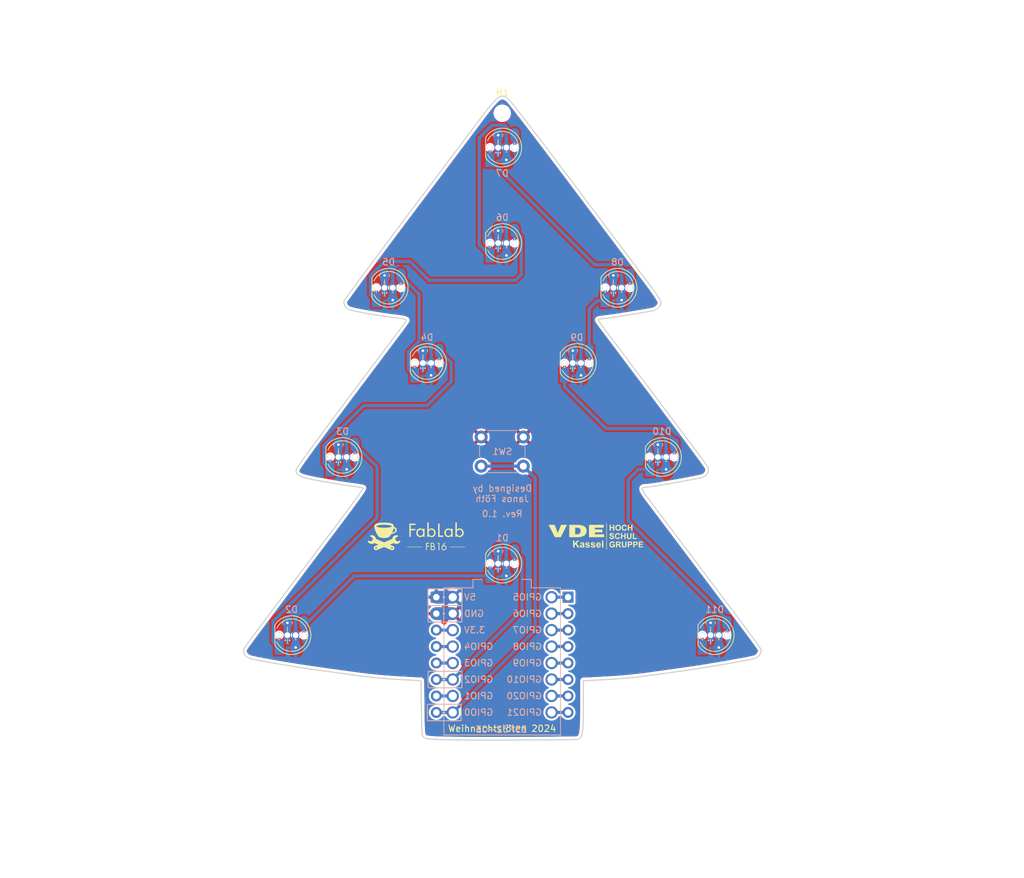
<source format=kicad_pcb>
(kicad_pcb (version 20240108) (generator "pcbnew") (generator_version "8.0")
  (layers (0 "F.Cu" signal) (31 "B.Cu" signal) (34 "B.Paste" user) (35 "F.Paste" user) (36 "B.SilkS" user "B.Silkscreen") (37 "F.SilkS" user "F.Silkscreen") (38 "B.Mask" user) (39 "F.Mask" user) (44 "Edge.Cuts" user))
  (net 0 "")
  (net 1 "GND")
  (net 2 "Net-(D1-DO)")
  (net 3 "Net-(D2-DO)")
  (net 4 "Net-(D3-DO)")
  (net 5 "Net-(D4-DO)")
  (net 6 "Net-(D5-DO)")
  (net 7 "Net-(D6-DO)")
  (net 8 "Net-(D7-DO)")
  (net 9 "Net-(D8-DO)")
  (net 10 "Net-(D10-DI)")
  (net 11 "GPIO1")
  (net 12 "GPIO0")
  (net 13 "5V")
  (net 14 "Net-(D10-DO)")
  (net 15 "GPIO2")
  (net 16 "GPIO4")
  (net 17 "3.3V")
  (net 18 "GPIO3")
  (net 19 "GPIO20")
  (net 20 "GPIO6")
  (net 21 "GPIO8")
  (net 22 "GPIO5")
  (net 23 "GPIO9")
  (net 24 "GPIO21")
  (net 25 "GPIO10")
  (net 26 "GPIO7")
  (footprint "Library:LED_D5.0mm-4_RGB_easy_2" (layer "F.Cu") (at 160.1 84)
    (property "Reference" "D9" (at 1.905 -3.96 0) (layer "B.SilkS") (effects (justify mirror)))
    (property "Value" "APA-106-F5")
    (pad "1" thru_hole circle (at 0 0) (size 0.9 0.9) (drill 0.9) (layers "*.Cu" "*.Mask") (net 10 "Net-(D10-DI)") (clearance 0.15))
    (pad "1" smd roundrect (at 0 0.762) (size 0.5 1.5) (layers "B.Cu" "B.Paste") (roundrect_rratio 0.3636363636) (net 10 "Net-(D10-DI)"))
    (pad "1" smd rect (at 0 1.9) (size 1.4 2.2) (layers "B.Cu" "B.Paste" "B.Mask") (net 10 "Net-(D10-DI)"))
    (pad "2" thru_hole circle (at 1.27 -1.905) (size 0.55 0.55) (drill 0.4) (layers "*.Cu" "B.Mask") (net 1 "GND") (clearance 0.000001))
    (pad "2" smd oval (at 1.27 -1.9) (size 1.4 2.2) (layers "B.Cu" "B.Paste" "B.Mask") (net 1 "GND"))
    (pad "2" smd roundrect (at 1.27 -0.381) (size 1.1 2.2) (layers "B.Cu" "B.Paste") (roundrect_rratio 0.3636363636) (net 1 "GND") (clearance 0.15))
    (pad "2" thru_hole circle (at 1.27 0) (size 0.9 0.9) (drill 0.9) (layers "*.Cu" "*.Mask") (net 1 "GND") (clearance 0.1))
    (pad "2" smd roundrect (at 1.27 0.762) (size 0.5 1.5) (layers "B.Cu" "B.Paste") (roundrect_rratio 0.3636363636) (net 1 "GND"))
    (pad "3" smd roundrect (at 2.54 -0.762) (size 0.5 1.5) (layers "B.Cu" "B.Paste") (roundrect_rratio 0.3636363636) (net 13 "5V"))
    (pad "3" thru_hole circle (at 2.54 0) (size 0.9 0.9) (drill 0.9) (layers "*.Cu" "*.Mask") (net 13 "5V") (clearance 0.1))
    (pad "3" smd roundrect (at 2.54 0.381) (size 1.1 2.2) (layers "B.Cu" "B.Paste") (roundrect_rratio 0.3636363636) (net 13 "5V") (clearance 0.15))
    (pad "3" smd oval (at 2.54 1.9) (size 1.4 2.2) (layers "B.Cu" "B.Paste" "B.Mask") (net 13 "5V"))
    (pad "3" thru_hole circle (at 2.54 1.905) (size 0.55 0.55) (drill 0.4) (layers "*.Cu" "B.Mask") (net 13 "5V"))
    (pad "4" smd oval (at 3.81 -1.9) (size 1.4 2.2) (layers "B.Cu" "B.Paste" "B.Mask") (net 9 "Net-(D8-DO)"))
    (pad "4" smd roundrect (at 3.81 -0.762) (size 0.5 1.5) (layers "B.Cu" "B.Paste") (roundrect_rratio 0.3636363636) (net 9 "Net-(D8-DO)"))
    (pad "4" thru_hole circle (at 3.81 0) (size 0.9 0.9) (drill 0.9) (layers "*.Cu" "*.Mask") (net 9 "Net-(D8-DO)") (clearance 0.15))
  )
  (footprint "Logos:fablab_logo" (layer "F.Cu") (at 137.25 110.775061)
    (property "Reference" "G***" (hide yes))
    (property "Value" "LOGO" (hide yes))
  )
  (footprint "Library:LED_D5.0mm-4_RGB_easy_2" (layer "F.Cu") (at 148.59 114.935)
    (property "Reference" "D1" (at 1.905 -3.96 0) (layer "B.SilkS") (effects (justify mirror)))
    (property "Value" "APA-106-F5")
    (pad "1" thru_hole circle (at 0 0) (size 0.9 0.9) (drill 0.9) (layers "*.Cu" "*.Mask") (net 2 "Net-(D1-DO)") (clearance 0.15))
    (pad "1" smd roundrect (at 0 0.762) (size 0.5 1.5) (layers "B.Cu" "B.Paste") (roundrect_rratio 0.3636363636) (net 2 "Net-(D1-DO)"))
    (pad "1" smd rect (at 0 1.9) (size 1.4 2.2) (layers "B.Cu" "B.Paste" "B.Mask") (net 2 "Net-(D1-DO)"))
    (pad "2" thru_hole circle (at 1.27 -1.905) (size 0.55 0.55) (drill 0.4) (layers "*.Cu" "B.Mask") (net 1 "GND") (clearance 0.000001))
    (pad "2" smd oval (at 1.27 -1.9) (size 1.4 2.2) (layers "B.Cu" "B.Paste" "B.Mask") (net 1 "GND"))
    (pad "2" smd roundrect (at 1.27 -0.381) (size 1.1 2.2) (layers "B.Cu" "B.Paste") (roundrect_rratio 0.3636363636) (net 1 "GND") (clearance 0.15))
    (pad "2" thru_hole circle (at 1.27 0) (size 0.9 0.9) (drill 0.9) (layers "*.Cu" "*.Mask") (net 1 "GND") (clearance 0.1))
    (pad "2" smd roundrect (at 1.27 0.762) (size 0.5 1.5) (layers "B.Cu" "B.Paste") (roundrect_rratio 0.3636363636) (net 1 "GND"))
    (pad "3" smd roundrect (at 2.54 -0.762) (size 0.5 1.5) (layers "B.Cu" "B.Paste") (roundrect_rratio 0.3636363636) (net 13 "5V"))
    (pad "3" thru_hole circle (at 2.54 0) (size 0.9 0.9) (drill 0.9) (layers "*.Cu" "*.Mask") (net 13 "5V") (clearance 0.1))
    (pad "3" smd roundrect (at 2.54 0.381) (size 1.1 2.2) (layers "B.Cu" "B.Paste") (roundrect_rratio 0.3636363636) (net 13 "5V") (clearance 0.15))
    (pad "3" smd oval (at 2.54 1.9) (size 1.4 2.2) (layers "B.Cu" "B.Paste" "B.Mask") (net 13 "5V"))
    (pad "3" thru_hole circle (at 2.54 1.905) (size 0.55 0.55) (drill 0.4) (layers "*.Cu" "B.Mask") (net 13 "5V"))
    (pad "4" smd oval (at 3.81 -1.9) (size 1.4 2.2) (layers "B.Cu" "B.Paste" "B.Mask") (net 15 "GPIO2"))
    (pad "4" smd roundrect (at 3.81 -0.762) (size 0.5 1.5) (layers "B.Cu" "B.Paste") (roundrect_rratio 0.3636363636) (net 15 "GPIO2"))
    (pad "4" thru_hole circle (at 3.81 0) (size 0.9 0.9) (drill 0.9) (layers "*.Cu" "*.Mask") (net 15 "GPIO2") (clearance 0.15))
  )
  (footprint "Library:LED_D5.0mm-4_RGB_easy_2" (layer "F.Cu") (at 173.228 98.5)
    (property "Reference" "D10" (at 1.905 -3.96 0) (layer "B.SilkS") (effects (justify mirror)))
    (property "Value" "APA-106-F5")
    (pad "1" thru_hole circle (at 0 0) (size 0.9 0.9) (drill 0.9) (layers "*.Cu" "*.Mask") (net 14 "Net-(D10-DO)") (clearance 0.15))
    (pad "1" smd roundrect (at 0 0.762) (size 0.5 1.5) (layers "B.Cu" "B.Paste") (roundrect_rratio 0.3636363636) (net 14 "Net-(D10-DO)"))
    (pad "1" smd rect (at 0 1.9) (size 1.4 2.2) (layers "B.Cu" "B.Paste" "B.Mask") (net 14 "Net-(D10-DO)"))
    (pad "2" thru_hole circle (at 1.27 -1.905) (size 0.55 0.55) (drill 0.4) (layers "*.Cu" "B.Mask") (net 1 "GND") (clearance 0.000001))
    (pad "2" smd oval (at 1.27 -1.9) (size 1.4 2.2) (layers "B.Cu" "B.Paste" "B.Mask") (net 1 "GND"))
    (pad "2" smd roundrect (at 1.27 -0.381) (size 1.1 2.2) (layers "B.Cu" "B.Paste") (roundrect_rratio 0.3636363636) (net 1 "GND") (clearance 0.15))
    (pad "2" thru_hole circle (at 1.27 0) (size 0.9 0.9) (drill 0.9) (layers "*.Cu" "*.Mask") (net 1 "GND") (clearance 0.1))
    (pad "2" smd roundrect (at 1.27 0.762) (size 0.5 1.5) (layers "B.Cu" "B.Paste") (roundrect_rratio 0.3636363636) (net 1 "GND"))
    (pad "3" smd roundrect (at 2.54 -0.762) (size 0.5 1.5) (layers "B.Cu" "B.Paste") (roundrect_rratio 0.3636363636) (net 13 "5V"))
    (pad "3" thru_hole circle (at 2.54 0) (size 0.9 0.9) (drill 0.9) (layers "*.Cu" "*.Mask") (net 13 "5V") (clearance 0.1))
    (pad "3" smd roundrect (at 2.54 0.381) (size 1.1 2.2) (layers "B.Cu" "B.Paste") (roundrect_rratio 0.3636363636) (net 13 "5V") (clearance 0.15))
    (pad "3" smd oval (at 2.54 1.9) (size 1.4 2.2) (layers "B.Cu" "B.Paste" "B.Mask") (net 13 "5V"))
    (pad "3" thru_hole circle (at 2.54 1.905) (size 0.55 0.55) (drill 0.4) (layers "*.Cu" "B.Mask") (net 13 "5V"))
    (pad "4" smd oval (at 3.81 -1.9) (size 1.4 2.2) (layers "B.Cu" "B.Paste" "B.Mask") (net 10 "Net-(D10-DI)"))
    (pad "4" smd roundrect (at 3.81 -0.762) (size 0.5 1.5) (layers "B.Cu" "B.Paste") (roundrect_rratio 0.3636363636) (net 10 "Net-(D10-DI)"))
    (pad "4" thru_hole circle (at 3.81 0) (size 0.9 0.9) (drill 0.9) (layers "*.Cu" "*.Mask") (net 10 "Net-(D10-DI)") (clearance 0.15))
  )
  (footprint "Library:LED_D5.0mm-4_RGB_easy_2" (layer "F.Cu") (at 136.98 84)
    (property "Reference" "D4" (at 1.905 -3.96 0) (layer "B.SilkS") (effects (justify mirror)))
    (property "Value" "APA-106-F5")
    (pad "1" thru_hole circle (at 0 0) (size 0.9 0.9) (drill 0.9) (layers "*.Cu" "*.Mask") (net 5 "Net-(D4-DO)") (clearance 0.15))
    (pad "1" smd roundrect (at 0 0.762) (size 0.5 1.5) (layers "B.Cu" "B.Paste") (roundrect_rratio 0.3636363636) (net 5 "Net-(D4-DO)"))
    (pad "1" smd rect (at 0 1.9) (size 1.4 2.2) (layers "B.Cu" "B.Paste" "B.Mask") (net 5 "Net-(D4-DO)"))
    (pad "2" thru_hole circle (at 1.27 -1.905) (size 0.55 0.55) (drill 0.4) (layers "*.Cu" "B.Mask") (net 1 "GND") (clearance 0.000001))
    (pad "2" smd oval (at 1.27 -1.9) (size 1.4 2.2) (layers "B.Cu" "B.Paste" "B.Mask") (net 1 "GND"))
    (pad "2" smd roundrect (at 1.27 -0.381) (size 1.1 2.2) (layers "B.Cu" "B.Paste") (roundrect_rratio 0.3636363636) (net 1 "GND") (clearance 0.15))
    (pad "2" thru_hole circle (at 1.27 0) (size 0.9 0.9) (drill 0.9) (layers "*.Cu" "*.Mask") (net 1 "GND") (clearance 0.1))
    (pad "2" smd roundrect (at 1.27 0.762) (size 0.5 1.5) (layers "B.Cu" "B.Paste") (roundrect_rratio 0.3636363636) (net 1 "GND"))
    (pad "3" smd roundrect (at 2.54 -0.762) (size 0.5 1.5) (layers "B.Cu" "B.Paste") (roundrect_rratio 0.3636363636) (net 13 "5V"))
    (pad "3" thru_hole circle (at 2.54 0) (size 0.9 0.9) (drill 0.9) (layers "*.Cu" "*.Mask") (net 13 "5V") (clearance 0.1))
    (pad "3" smd roundrect (at 2.54 0.381) (size 1.1 2.2) (layers "B.Cu" "B.Paste") (roundrect_rratio 0.3636363636) (net 13 "5V") (clearance 0.15))
    (pad "3" smd oval (at 2.54 1.9) (size 1.4 2.2) (layers "B.Cu" "B.Paste" "B.Mask") (net 13 "5V"))
    (pad "3" thru_hole circle (at 2.54 1.905) (size 0.55 0.55) (drill 0.4) (layers "*.Cu" "B.Mask") (net 13 "5V"))
    (pad "4" smd oval (at 3.81 -1.9) (size 1.4 2.2) (layers "B.Cu" "B.Paste" "B.Mask") (net 4 "Net-(D3-DO)"))
    (pad "4" smd roundrect (at 3.81 -0.762) (size 0.5 1.5) (layers "B.Cu" "B.Paste") (roundrect_rratio 0.3636363636) (net 4 "Net-(D3-DO)"))
    (pad "4" thru_hole circle (at 3.81 0) (size 0.9 0.9) (drill 0.9) (layers "*.Cu" "*.Mask") (net 4 "Net-(D3-DO)") (clearance 0.15))
  )
  (footprint "Library:LED_D5.0mm-4_RGB_easy_2" (layer "F.Cu") (at 148.59 50.762)
    (property "Reference" "D7" (at 1.905 3.975 0) (layer "B.SilkS") (effects (justify mirror)))
    (property "Value" "APA-106-F5")
    (pad "1" thru_hole circle (at 0 0) (size 0.9 0.9) (drill 0.9) (layers "*.Cu" "*.Mask") (net 8 "Net-(D7-DO)") (clearance 0.15))
    (pad "1" smd roundrect (at 0 0.762) (size 0.5 1.5) (layers "B.Cu" "B.Paste") (roundrect_rratio 0.3636363636) (net 8 "Net-(D7-DO)"))
    (pad "1" smd rect (at 0 1.9) (size 1.4 2.2) (layers "B.Cu" "B.Paste" "B.Mask") (net 8 "Net-(D7-DO)"))
    (pad "2" thru_hole circle (at 1.27 -1.905) (size 0.55 0.55) (drill 0.4) (layers "*.Cu" "B.Mask") (net 1 "GND") (clearance 0.000001))
    (pad "2" smd oval (at 1.27 -1.9) (size 1.4 2.2) (layers "B.Cu" "B.Paste" "B.Mask") (net 1 "GND"))
    (pad "2" smd roundrect (at 1.27 -0.381) (size 1.1 2.2) (layers "B.Cu" "B.Paste") (roundrect_rratio 0.3636363636) (net 1 "GND") (clearance 0.15))
    (pad "2" thru_hole circle (at 1.27 0) (size 0.9 0.9) (drill 0.9) (layers "*.Cu" "*.Mask") (net 1 "GND") (clearance 0.1))
    (pad "2" smd roundrect (at 1.27 0.762) (size 0.5 1.5) (layers "B.Cu" "B.Paste") (roundrect_rratio 0.3636363636) (net 1 "GND"))
    (pad "3" smd roundrect (at 2.54 -0.762) (size 0.5 1.5) (layers "B.Cu" "B.Paste") (roundrect_rratio 0.3636363636) (net 13 "5V"))
    (pad "3" thru_hole circle (at 2.54 0) (size 0.9 0.9) (drill 0.9) (layers "*.Cu" "*.Mask") (net 13 "5V") (clearance 0.1))
    (pad "3" smd roundrect (at 2.54 0.381) (size 1.1 2.2) (layers "B.Cu" "B.Paste") (roundrect_rratio 0.3636363636) (net 13 "5V") (clearance 0.15))
    (pad "3" smd oval (at 2.54 1.9) (size 1.4 2.2) (layers "B.Cu" "B.Paste" "B.Mask") (net 13 "5V"))
    (pad "3" thru_hole circle (at 2.54 1.905) (size 0.55 0.55) (drill 0.4) (layers "*.Cu" "B.Mask") (net 13 "5V"))
    (pad "4" smd oval (at 3.81 -1.9) (size 1.4 2.2) (layers "B.Cu" "B.Paste" "B.Mask") (net 7 "Net-(D6-DO)"))
    (pad "4" smd roundrect (at 3.81 -0.762) (size 0.5 1.5) (layers "B.Cu" "B.Paste") (roundrect_rratio 0.3636363636) (net 7 "Net-(D6-DO)"))
    (pad "4" thru_hole circle (at 3.81 0) (size 0.9 0.9) (drill 0.9) (layers "*.Cu" "*.Mask") (net 7 "Net-(D6-DO)") (clearance 0.15))
  )
  (footprint "MountingHole:MountingHole_2.2mm_M2" (layer "F.Cu") (at 150.495 45.466)
    (property "Reference" "H1" (at 0 -3.2 0) (layer "F.SilkS"))
    (property "Value" "MountingHole")
    (pad "" np_thru_hole circle (at 0 0) (size 2.2 2.2) (drill 2.2) (layers "*.Cu" "*.Mask"))
  )
  (footprint "Logos:vde_hsg_logo" (layer "F.Cu") (at 165 110.75)
    (property "Reference" "G***" (hide yes))
    (property "Value" "LOGO" (hide yes))
  )
  (footprint "Library:LED_D5.0mm-4_RGB_easy_2" (layer "F.Cu") (at 123.952 98.5)
    (property "Reference" "D3" (at 1.905 -3.96 0) (layer "B.SilkS") (effects (justify mirror)))
    (property "Value" "APA-106-F5")
    (pad "1" thru_hole circle (at 0 0) (size 0.9 0.9) (drill 0.9) (layers "*.Cu" "*.Mask") (net 4 "Net-(D3-DO)") (clearance 0.15))
    (pad "1" smd roundrect (at 0 0.762) (size 0.5 1.5) (layers "B.Cu" "B.Paste") (roundrect_rratio 0.3636363636) (net 4 "Net-(D3-DO)"))
    (pad "1" smd rect (at 0 1.9) (size 1.4 2.2) (layers "B.Cu" "B.Paste" "B.Mask") (net 4 "Net-(D3-DO)"))
    (pad "2" thru_hole circle (at 1.27 -1.905) (size 0.55 0.55) (drill 0.4) (layers "*.Cu" "B.Mask") (net 1 "GND") (clearance 0.000001))
    (pad "2" smd oval (at 1.27 -1.9) (size 1.4 2.2) (layers "B.Cu" "B.Paste" "B.Mask") (net 1 "GND"))
    (pad "2" smd roundrect (at 1.27 -0.381) (size 1.1 2.2) (layers "B.Cu" "B.Paste") (roundrect_rratio 0.3636363636) (net 1 "GND") (clearance 0.15))
    (pad "2" thru_hole circle (at 1.27 0) (size 0.9 0.9) (drill 0.9) (layers "*.Cu" "*.Mask") (net 1 "GND") (clearance 0.1))
    (pad "2" smd roundrect (at 1.27 0.762) (size 0.5 1.5) (layers "B.Cu" "B.Paste") (roundrect_rratio 0.3636363636) (net 1 "GND"))
    (pad "3" smd roundrect (at 2.54 -0.762) (size 0.5 1.5) (layers "B.Cu" "B.Paste") (roundrect_rratio 0.3636363636) (net 13 "5V"))
    (pad "3" thru_hole circle (at 2.54 0) (size 0.9 0.9) (drill 0.9) (layers "*.Cu" "*.Mask") (net 13 "5V") (clearance 0.1))
    (pad "3" smd roundrect (at 2.54 0.381) (size 1.1 2.2) (layers "B.Cu" "B.Paste") (roundrect_rratio 0.3636363636) (net 13 "5V") (clearance 0.15))
    (pad "3" smd oval (at 2.54 1.9) (size 1.4 2.2) (layers "B.Cu" "B.Paste" "B.Mask") (net 13 "5V"))
    (pad "3" thru_hole circle (at 2.54 1.905) (size 0.55 0.55) (drill 0.4) (layers "*.Cu" "B.Mask") (net 13 "5V"))
    (pad "4" smd oval (at 3.81 -1.9) (size 1.4 2.2) (layers "B.Cu" "B.Paste" "B.Mask") (net 3 "Net-(D2-DO)"))
    (pad "4" smd roundrect (at 3.81 -0.762) (size 0.5 1.5) (layers "B.Cu" "B.Paste") (roundrect_rratio 0.3636363636) (net 3 "Net-(D2-DO)"))
    (pad "4" thru_hole circle (at 3.81 0) (size 0.9 0.9) (drill 0.9) (layers "*.Cu" "*.Mask") (net 3 "Net-(D2-DO)") (clearance 0.15))
  )
  (footprint "Library:LED_D5.0mm-4_RGB_easy_2" (layer "F.Cu") (at 116.078 125.979)
    (property "Reference" "D2" (at 1.905 -3.96 0) (layer "B.SilkS") (effects (justify mirror)))
    (property "Value" "APA-106-F5")
    (pad "1" thru_hole circle (at 0 0) (size 0.9 0.9) (drill 0.9) (layers "*.Cu" "*.Mask") (net 3 "Net-(D2-DO)") (clearance 0.15))
    (pad "1" smd roundrect (at 0 0.762) (size 0.5 1.5) (layers "B.Cu" "B.Paste") (roundrect_rratio 0.3636363636) (net 3 "Net-(D2-DO)"))
    (pad "1" smd rect (at 0 1.9) (size 1.4 2.2) (layers "B.Cu" "B.Paste" "B.Mask") (net 3 "Net-(D2-DO)"))
    (pad "2" thru_hole circle (at 1.27 -1.905) (size 0.55 0.55) (drill 0.4) (layers "*.Cu" "B.Mask") (net 1 "GND") (clearance 0.000001))
    (pad "2" smd oval (at 1.27 -1.9) (size 1.4 2.2) (layers "B.Cu" "B.Paste" "B.Mask") (net 1 "GND"))
    (pad "2" smd roundrect (at 1.27 -0.381) (size 1.1 2.2) (layers "B.Cu" "B.Paste") (roundrect_rratio 0.3636363636) (net 1 "GND") (clearance 0.15))
    (pad "2" thru_hole circle (at 1.27 0) (size 0.9 0.9) (drill 0.9) (layers "*.Cu" "*.Mask") (net 1 "GND") (clearance 0.1))
    (pad "2" smd roundrect (at 1.27 0.762) (size 0.5 1.5) (layers "B.Cu" "B.Paste") (roundrect_rratio 0.3636363636) (net 1 "GND"))
    (pad "3" smd roundrect (at 2.54 -0.762) (size 0.5 1.5) (layers "B.Cu" "B.Paste") (roundrect_rratio 0.3636363636) (net 13 "5V"))
    (pad "3" thru_hole circle (at 2.54 0) (size 0.9 0.9) (drill 0.9) (layers "*.Cu" "*.Mask") (net 13 "5V") (clearance 0.1))
    (pad "3" smd roundrect (at 2.54 0.381) (size 1.1 2.2) (layers "B.Cu" "B.Paste") (roundrect_rratio 0.3636363636) (net 13 "5V") (clearance 0.15))
    (pad "3" smd oval (at 2.54 1.9) (size 1.4 2.2) (layers "B.Cu" "B.Paste" "B.Mask") (net 13 "5V"))
    (pad "3" thru_hole circle (at 2.54 1.905) (size 0.55 0.55) (drill 0.4) (layers "*.Cu" "B.Mask") (net 13 "5V"))
    (pad "4" smd oval (at 3.81 -1.9) (size 1.4 2.2) (layers "B.Cu" "B.Paste" "B.Mask") (net 2 "Net-(D1-DO)"))
    (pad "4" smd roundrect (at 3.81 -0.762) (size 0.5 1.5) (layers "B.Cu" "B.Paste") (roundrect_rratio 0.3636363636) (net 2 "Net-(D1-DO)"))
    (pad "4" thru_hole circle (at 3.81 0) (size 0.9 0.9) (drill 0.9) (layers "*.Cu" "*.Mask") (net 2 "Net-(D1-DO)") (clearance 0.15))
  )
  (footprint "Library:LED_D5.0mm-4_RGB_easy_2" (layer "F.Cu") (at 166.37 72.39)
    (property "Reference" "D8" (at 1.905 -3.96 0) (layer "B.SilkS") (effects (justify mirror)))
    (property "Value" "APA-106-F5")
    (pad "1" thru_hole circle (at 0 0) (size 0.9 0.9) (drill 0.9) (layers "*.Cu" "*.Mask") (net 9 "Net-(D8-DO)") (clearance 0.15))
    (pad "1" smd roundrect (at 0 0.762) (size 0.5 1.5) (layers "B.Cu" "B.Paste") (roundrect_rratio 0.3636363636) (net 9 "Net-(D8-DO)"))
    (pad "1" smd rect (at 0 1.9) (size 1.4 2.2) (layers "B.Cu" "B.Paste" "B.Mask") (net 9 "Net-(D8-DO)"))
    (pad "2" thru_hole circle (at 1.27 -1.905) (size 0.55 0.55) (drill 0.4) (layers "*.Cu" "B.Mask") (net 1 "GND") (clearance 0.000001))
    (pad "2" smd oval (at 1.27 -1.9) (size 1.4 2.2) (layers "B.Cu" "B.Paste" "B.Mask") (net 1 "GND"))
    (pad "2" smd roundrect (at 1.27 -0.381) (size 1.1 2.2) (layers "B.Cu" "B.Paste") (roundrect_rratio 0.3636363636) (net 1 "GND") (clearance 0.15))
    (pad "2" thru_hole circle (at 1.27 0) (size 0.9 0.9) (drill 0.9) (layers "*.Cu" "*.Mask") (net 1 "GND") (clearance 0.1))
    (pad "2" smd roundrect (at 1.27 0.762) (size 0.5 1.5) (layers "B.Cu" "B.Paste") (roundrect_rratio 0.3636363636) (net 1 "GND"))
    (pad "3" smd roundrect (at 2.54 -0.762) (size 0.5 1.5) (layers "B.Cu" "B.Paste") (roundrect_rratio 0.3636363636) (net 13 "5V"))
    (pad "3" thru_hole circle (at 2.54 0) (size 0.9 0.9) (drill 0.9) (layers "*.Cu" "*.Mask") (net 13 "5V") (clearance 0.1))
    (pad "3" smd roundrect (at 2.54 0.381) (size 1.1 2.2) (layers "B.Cu" "B.Paste") (roundrect_rratio 0.3636363636) (net 13 "5V") (clearance 0.15))
    (pad "3" smd oval (at 2.54 1.9) (size 1.4 2.2) (layers "B.Cu" "B.Paste" "B.Mask") (net 13 "5V"))
    (pad "3" thru_hole circle (at 2.54 1.905) (size 0.55 0.55) (drill 0.4) (layers "*.Cu" "B.Mask") (net 13 "5V"))
    (pad "4" smd oval (at 3.81 -1.9) (size 1.4 2.2) (layers "B.Cu" "B.Paste" "B.Mask") (net 8 "Net-(D7-DO)"))
    (pad "4" smd roundrect (at 3.81 -0.762) (size 0.5 1.5) (layers "B.Cu" "B.Paste") (roundrect_rratio 0.3636363636) (net 8 "Net-(D7-DO)"))
    (pad "4" thru_hole circle (at 3.81 0) (size 0.9 0.9) (drill 0.9) (layers "*.Cu" "*.Mask") (net 8 "Net-(D7-DO)") (clearance 0.15))
  )
  (footprint "Library:LED_D5.0mm-4_RGB_easy_2" (layer "F.Cu") (at 181.356 125.979)
    (property "Reference" "D11" (at 1.905 -3.96 0) (layer "B.SilkS") (effects (justify mirror)))
    (property "Value" "APA-106-F5")
    (pad "1" thru_hole circle (at 0 0) (size 0.9 0.9) (drill 0.9) (layers "*.Cu" "*.Mask") (clearance 0.15))
    (pad "1" smd roundrect (at 0 0.762) (size 0.5 1.5) (layers "B.Cu" "B.Paste") (roundrect_rratio 0.3636363636))
    (pad "1" smd rect (at 0 1.9) (size 1.4 2.2) (layers "B.Cu" "B.Paste" "B.Mask"))
    (pad "2" thru_hole circle (at 1.27 -1.905) (size 0.55 0.55) (drill 0.4) (layers "*.Cu" "B.Mask") (net 1 "GND") (clearance 0.000001))
    (pad "2" smd oval (at 1.27 -1.9) (size 1.4 2.2) (layers "B.Cu" "B.Paste" "B.Mask") (net 1 "GND"))
    (pad "2" smd roundrect (at 1.27 -0.381) (size 1.1 2.2) (layers "B.Cu" "B.Paste") (roundrect_rratio 0.3636363636) (net 1 "GND") (clearance 0.15))
    (pad "2" thru_hole circle (at 1.27 0) (size 0.9 0.9) (drill 0.9) (layers "*.Cu" "*.Mask") (net 1 "GND") (clearance 0.1))
    (pad "2" smd roundrect (at 1.27 0.762) (size 0.5 1.5) (layers "B.Cu" "B.Paste") (roundrect_rratio 0.3636363636) (net 1 "GND"))
    (pad "3" smd roundrect (at 2.54 -0.762) (size 0.5 1.5) (layers "B.Cu" "B.Paste") (roundrect_rratio 0.3636363636) (net 13 "5V"))
    (pad "3" thru_hole circle (at 2.54 0) (size 0.9 0.9) (drill 0.9) (layers "*.Cu" "*.Mask") (net 13 "5V") (clearance 0.1))
    (pad "3" smd roundrect (at 2.54 0.381) (size 1.1 2.2) (layers "B.Cu" "B.Paste") (roundrect_rratio 0.3636363636) (net 13 "5V") (clearance 0.15))
    (pad "3" smd oval (at 2.54 1.9) (size 1.4 2.2) (layers "B.Cu" "B.Paste" "B.Mask") (net 13 "5V"))
    (pad "3" thru_hole circle (at 2.54 1.905) (size 0.55 0.55) (drill 0.4) (layers "*.Cu" "B.Mask") (net 13 "5V"))
    (pad "4" smd oval (at 3.81 -1.9) (size 1.4 2.2) (layers "B.Cu" "B.Paste" "B.Mask") (net 14 "Net-(D10-DO)"))
    (pad "4" smd roundrect (at 3.81 -0.762) (size 0.5 1.5) (layers "B.Cu" "B.Paste") (roundrect_rratio 0.3636363636) (net 14 "Net-(D10-DO)"))
    (pad "4" thru_hole circle (at 3.81 0) (size 0.9 0.9) (drill 0.9) (layers "*.Cu" "*.Mask") (net 14 "Net-(D10-DO)") (clearance 0.15))
  )
  (footprint "Library:LED_D5.0mm-4_RGB_easy_2" (layer "F.Cu") (at 131.064 72.39)
    (property "Reference" "D5" (at 1.905 -3.96 0) (layer "B.SilkS") (effects (justify mirror)))
    (property "Value" "APA-106-F5")
    (pad "1" thru_hole circle (at 0 0) (size 0.9 0.9) (drill 0.9) (layers "*.Cu" "*.Mask") (net 6 "Net-(D5-DO)") (clearance 0.15))
    (pad "1" smd roundrect (at 0 0.762) (size 0.5 1.5) (layers "B.Cu" "B.Paste") (roundrect_rratio 0.3636363636) (net 6 "Net-(D5-DO)"))
    (pad "1" smd rect (at 0 1.9) (size 1.4 2.2) (layers "B.Cu" "B.Paste" "B.Mask") (net 6 "Net-(D5-DO)"))
    (pad "2" thru_hole circle (at 1.27 -1.905) (size 0.55 0.55) (drill 0.4) (layers "*.Cu" "B.Mask") (net 1 "GND") (clearance 0.000001))
    (pad "2" smd oval (at 1.27 -1.9) (size 1.4 2.2) (layers "B.Cu" "B.Paste" "B.Mask") (net 1 "GND"))
    (pad "2" smd roundrect (at 1.27 -0.381) (size 1.1 2.2) (layers "B.Cu" "B.Paste") (roundrect_rratio 0.3636363636) (net 1 "GND") (clearance 0.15))
    (pad "2" thru_hole circle (at 1.27 0) (size 0.9 0.9) (drill 0.9) (layers "*.Cu" "*.Mask") (net 1 "GND") (clearance 0.1))
    (pad "2" smd roundrect (at 1.27 0.762) (size 0.5 1.5) (layers "B.Cu" "B.Paste") (roundrect_rratio 0.3636363636) (net 1 "GND"))
    (pad "3" smd roundrect (at 2.54 -0.762) (size 0.5 1.5) (layers "B.Cu" "B.Paste") (roundrect_rratio 0.3636363636) (net 13 "5V"))
    (pad "3" thru_hole circle (at 2.54 0) (size 0.9 0.9) (drill 0.9) (layers "*.Cu" "*.Mask") (net 13 "5V") (clearance 0.1))
    (pad "3" smd roundrect (at 2.54 0.381) (size 1.1 2.2) (layers "B.Cu" "B.Paste") (roundrect_rratio 0.3636363636) (net 13 "5V") (clearance 0.15))
    (pad "3" smd oval (at 2.54 1.9) (size 1.4 2.2) (layers "B.Cu" "B.Paste" "B.Mask") (net 13 "5V"))
    (pad "3" thru_hole circle (at 2.54 1.905) (size 0.55 0.55) (drill 0.4) (layers "*.Cu" "B.Mask") (net 13 "5V"))
    (pad "4" smd oval (at 3.81 -1.9) (size 1.4 2.2) (layers "B.Cu" "B.Paste" "B.Mask") (net 5 "Net-(D4-DO)"))
    (pad "4" smd roundrect (at 3.81 -0.762) (size 0.5 1.5) (layers "B.Cu" "B.Paste") (roundrect_rratio 0.3636363636) (net 5 "Net-(D4-DO)"))
    (pad "4" thru_hole circle (at 3.81 0) (size 0.9 0.9) (drill 0.9) (layers "*.Cu" "*.Mask") (net 5 "Net-(D4-DO)") (clearance 0.15))
  )
  (footprint "Library:LED_D5.0mm-4_RGB_easy_2" (layer "F.Cu") (at 148.6 65.5)
    (property "Reference" "D6" (at 1.905 -3.96 0) (layer "B.SilkS") (effects (justify mirror)))
    (property "Value" "APA-106-F5")
    (pad "1" thru_hole circle (at 0 0) (size 0.9 0.9) (drill 0.9) (layers "*.Cu" "*.Mask") (net 7 "Net-(D6-DO)") (clearance 0.15))
    (pad "1" smd roundrect (at 0 0.762) (size 0.5 1.5) (layers "B.Cu" "B.Paste") (roundrect_rratio 0.3636363636) (net 7 "Net-(D6-DO)"))
    (pad "1" smd rect (at 0 1.9) (size 1.4 2.2) (layers "B.Cu" "B.Paste" "B.Mask") (net 7 "Net-(D6-DO)"))
    (pad "2" thru_hole circle (at 1.27 -1.905) (size 0.55 0.55) (drill 0.4) (layers "*.Cu" "B.Mask") (net 1 "GND") (clearance 0.000001))
    (pad "2" smd oval (at 1.27 -1.9) (size 1.4 2.2) (layers "B.Cu" "B.Paste" "B.Mask") (net 1 "GND"))
    (pad "2" smd roundrect (at 1.27 -0.381) (size 1.1 2.2) (layers "B.Cu" "B.Paste") (roundrect_rratio 0.3636363636) (net 1 "GND") (clearance 0.15))
    (pad "2" thru_hole circle (at 1.27 0) (size 0.9 0.9) (drill 0.9) (layers "*.Cu" "*.Mask") (net 1 "GND") (clearance 0.1))
    (pad "2" smd roundrect (at 1.27 0.762) (size 0.5 1.5) (layers "B.Cu" "B.Paste") (roundrect_rratio 0.3636363636) (net 1 "GND"))
    (pad "3" smd roundrect (at 2.54 -0.762) (size 0.5 1.5) (layers "B.Cu" "B.Paste") (roundrect_rratio 0.3636363636) (net 13 "5V"))
    (pad "3" thru_hole circle (at 2.54 0) (size 0.9 0.9) (drill 0.9) (layers "*.Cu" "*.Mask") (net 13 "5V") (clearance 0.1))
    (pad "3" smd roundrect (at 2.54 0.381) (size 1.1 2.2) (layers "B.Cu" "B.Paste") (roundrect_rratio 0.3636363636) (net 13 "5V") (clearance 0.15))
    (pad "3" smd oval (at 2.54 1.9) (size 1.4 2.2) (layers "B.Cu" "B.Paste" "B.Mask") (net 13 "5V"))
    (pad "3" thru_hole circle (at 2.54 1.905) (size 0.55 0.55) (drill 0.4) (layers "*.Cu" "B.Mask") (net 13 "5V"))
    (pad "4" smd oval (at 3.81 -1.9) (size 1.4 2.2) (layers "B.Cu" "B.Paste" "B.Mask") (net 6 "Net-(D5-DO)"))
    (pad "4" smd roundrect (at 3.81 -0.762) (size 0.5 1.5) (layers "B.Cu" "B.Paste") (roundrect_rratio 0.3636363636) (net 6 "Net-(D5-DO)"))
    (pad "4" thru_hole circle (at 3.81 0) (size 0.9 0.9) (drill 0.9) (layers "*.Cu" "*.Mask") (net 6 "Net-(D5-DO)") (clearance 0.15))
  )
  (footprint "Connector_PinHeader_2.54mm:PinHeader_1x08_P2.54mm_Vertical" (layer "B.Cu") (at 160.64 120.12 180)
    (property "Reference" "P2" (hide yes))
    (property "Value" "Conn_01x08_Pin" (hide yes))
    (pad "1" thru_hole rect (at 0 0 180) (size 1.7 1.7) (drill 1) (layers "*.Cu" "*.Mask") (net 22 "GPIO5"))
    (pad "2" thru_hole oval (at 0 -2.54 180) (size 1.7 1.7) (drill 1) (layers "*.Cu" "*.Mask") (net 20 "GPIO6"))
    (pad "3" thru_hole oval (at 0 -5.08 180) (size 1.7 1.7) (drill 1) (layers "*.Cu" "*.Mask") (net 26 "GPIO7"))
    (pad "4" thru_hole oval (at 0 -7.62 180) (size 1.7 1.7) (drill 1) (layers "*.Cu" "*.Mask") (net 21 "GPIO8"))
    (pad "5" thru_hole oval (at 0 -10.16 180) (size 1.7 1.7) (drill 1) (layers "*.Cu" "*.Mask") (net 23 "GPIO9"))
    (pad "6" thru_hole oval (at 0 -12.7 180) (size 1.7 1.7) (drill 1) (layers "*.Cu" "*.Mask") (net 25 "GPIO10"))
    (pad "7" thru_hole oval (at 0 -15.24 180) (size 1.7 1.7) (drill 1) (layers "*.Cu" "*.Mask") (net 19 "GPIO20"))
    (pad "8" thru_hole oval (at 0 -17.78 180) (size 1.7 1.7) (drill 1) (layers "*.Cu" "*.Mask") (net 24 "GPIO21"))
  )
  (footprint "footprints:MODULE_ESP32-C3_SUPERMINI" (layer "B.Cu") (at 150.48 130.02 180)
    (property "Reference" "U1" (hide yes))
    (property "Value" "ESP32-C3" (at 0.12 -10.5 0) (layer "B.SilkS") (effects (justify mirror)))
    (fp_text user "GPIO20" (at -6.223 -5.334 0) (layer "B.SilkS") (effects (justify left mirror)))
    (fp_text user "GPIO5" (at -6.223 9.906 0) (layer "B.SilkS") (effects (justify left mirror)))
    (fp_text user "GPIO2" (at 5.969 -2.794 0) (layer "B.SilkS") (effects (justify right mirror)))
    (fp_text user "GPIO21" (at -6.223 -7.874 0) (layer "B.SilkS") (effects (justify left mirror)))
    (fp_text user "GPIO6" (at -6.223 7.366 0) (layer "B.SilkS") (effects (justify left mirror)))
    (fp_text user "GPIO4" (at 5.969 2.286 0) (layer "B.SilkS") (effects (justify right mirror)))
    (fp_text user "5V" (at 5.969 9.906 0) (layer "B.SilkS") (effects (justify right mirror)))
    (fp_text user "GPIO7" (at -6.223 4.826 0) (layer "B.SilkS") (effects (justify left mirror)))
    (fp_text user "GPIO3" (at 5.969 -0.254 0) (layer "B.SilkS") (effects (justify right mirror)))
    (fp_text user "3.3V" (at 5.969 4.826 0) (layer "B.SilkS") (effects (justify right mirror)))
    (fp_text user "GPIO8" (at -6.223 2.286 0) (layer "B.SilkS") (effects (justify left mirror)))
    (fp_text user "GPIO9" (at -6.223 -0.254 0) (layer "B.SilkS") (effects (justify left mirror)))
    (fp_text user "GPIO10" (at -6.223 -2.794 0) (layer "B.SilkS") (effects (justify left mirror)))
    (fp_text user "GPIO1" (at 5.969 -5.334 0) (layer "B.SilkS") (effects (justify right mirror)))
    (fp_text user "GPIO0" (at 5.969 -7.874 0) (layer "B.SilkS") (effects (justify right mirror)))
    (fp_text user "GND" (at 5.969 7.366 0) (layer "B.SilkS") (effects (justify right mirror)))
    (pad "0" thru_hole circle (at 7.62 -7.88 180) (size 1.905 1.905) (drill 1.27) (layers "*.Cu" "*.Mask") (net 12 "GPIO0"))
    (pad "1" thru_hole circle (at 7.62 -5.34 180) (size 1.905 1.905) (drill 1.27) (layers "*.Cu" "*.Mask") (net 11 "GPIO1"))
    (pad "2" thru_hole circle (at 7.62 -2.8 180) (size 1.905 1.905) (drill 1.27) (layers "*.Cu" "*.Mask") (net 15 "GPIO2"))
    (pad "3" thru_hole circle (at 7.62 -0.26 180) (size 1.905 1.905) (drill 1.27) (layers "*.Cu" "*.Mask") (net 18 "GPIO3"))
    (pad "3.3" thru_hole circle (at 7.62 4.82 180) (size 1.905 1.905) (drill 1.27) (layers "*.Cu" "*.Mask") (net 17 "3.3V"))
    (pad "4" thru_hole circle (at 7.62 2.28 180) (size 1.905 1.905) (drill 1.27) (layers "*.Cu" "*.Mask") (net 16 "GPIO4"))
    (pad "5" thru_hole circle (at -7.62 9.9 180) (size 1.905 1.905) (drill 1.27) (layers "*.Cu" "*.Mask") (net 22 "GPIO5"))
    (pad "5V" thru_hole circle (at 7.62 9.9 180) (size 1.905 1.905) (drill 1.27) (layers "*.Cu" "*.Mask") (net 13 "5V"))
    (pad "6" thru_hole circle (at -7.62 7.36 180) (size 1.905 1.905) (drill 1.27) (layers "*.Cu" "*.Mask") (net 20 "GPIO6"))
    (pad "7" thru_hole circle (at -7.62 4.82 180) (size 1.905 1.905) (drill 1.27) (layers "*.Cu" "*.Mask") (net 26 "GPIO7"))
    (pad "8" thru_hole circle (at -7.62 2.28 180) (size 1.905 1.905) (drill 1.27) (layers "*.Cu" "*.Mask") (net 21 "GPIO8"))
    (pad "9" thru_hole circle (at -7.62 -0.26 180) (size 1.905 1.905) (drill 1.27) (layers "*.Cu" "*.Mask") (net 23 "GPIO9"))
    (pad "10" thru_hole circle (at -7.62 -2.8 180) (size 1.905 1.905) (drill 1.27) (layers "*.Cu" "*.Mask") (net 25 "GPIO10"))
    (pad "20" thru_hole circle (at -7.62 -5.34 180) (size 1.905 1.905) (drill 1.27) (layers "*.Cu" "*.Mask") (net 19 "GPIO20"))
    (pad "21" thru_hole circle (at -7.62 -7.88 180) (size 1.905 1.905) (drill 1.27) (layers "*.Cu" "*.Mask") (net 24 "GPIO21"))
    (pad "G" thru_hole circle (at 7.62 7.36 180) (size 1.905 1.905) (drill 1.27) (layers "*.Cu" "*.Mask") (net 1 "GND"))
  )
  (footprint "Connector_PinHeader_2.54mm:PinHeader_1x08_P2.54mm_Vertical" (layer "B.Cu") (at 140.32 120.12 180)
    (property "Reference" "P1" (hide yes))
    (property "Value" "Conn_01x08_Pin" (hide yes))
    (pad "1" thru_hole rect (at 0 0 180) (size 1.7 1.7) (drill 1) (layers "*.Cu" "*.Mask") (net 13 "5V"))
    (pad "2" thru_hole oval (at 0 -2.54 180) (size 1.7 1.7) (drill 1) (layers "*.Cu" "*.Mask") (net 1 "GND"))
    (pad "3" thru_hole oval (at 0 -5.08 180) (size 1.7 1.7) (drill 1) (layers "*.Cu" "*.Mask") (net 17 "3.3V"))
    (pad "4" thru_hole oval (at 0 -7.62 180) (size 1.7 1.7) (drill 1) (layers "*.Cu" "*.Mask") (net 16 "GPIO4"))
    (pad "5" thru_hole oval (at 0 -10.16 180) (size 1.7 1.7) (drill 1) (layers "*.Cu" "*.Mask") (net 18 "GPIO3"))
    (pad "6" thru_hole oval (at 0 -12.7 180) (size 1.7 1.7) (drill 1) (layers "*.Cu" "*.Mask") (net 15 "GPIO2"))
    (pad "7" thru_hole oval (at 0 -15.24 180) (size 1.7 1.7) (drill 1) (layers "*.Cu" "*.Mask") (net 11 "GPIO1"))
    (pad "8" thru_hole oval (at 0 -17.78 180) (size 1.7 1.7) (drill 1) (layers "*.Cu" "*.Mask") (net 12 "GPIO0"))
  )
  (footprint "Button_Switch_THT:SW_PUSH_6mm" (layer "B.Cu") (at 147.245 99.913)
    (property "Reference" "SW1" (at 3.25 -2.25 0) (layer "B.SilkS") (effects (justify mirror)))
    (property "Value" "Button")
    (pad "1" thru_hole circle (at 0 0 270) (size 2 2) (drill 1.1) (layers "*.Cu" "*.Mask") (net 12 "GPIO0"))
    (pad "1" thru_hole circle (at 6.5 0 270) (size 2 2) (drill 1.1) (layers "*.Cu" "*.Mask") (net 12 "GPIO0"))
    (pad "2" thru_hole circle (at 0 -4.5 270) (size 2 2) (drill 1.1) (layers "*.Cu" "*.Mask") (net 1 "GND"))
    (pad "2" thru_hole circle (at 6.5 -4.5 270) (size 2 2) (drill 1.1) (layers "*.Cu" "*.Mask") (net 1 "GND"))
  )
  (gr_rect (start 139.065 118.86) (end 144.272 121.4) (stroke (width 0.15)) (fill none) (layer "B.SilkS"))
  (gr_rect (start 139.065 131.56) (end 144.272 134.1) (stroke (width 0.15)) (fill none) (layer "B.SilkS"))
  (gr_rect (start 139.065 121.4) (end 144.272 123.94) (stroke (width 0.15)) (fill none) (layer "B.SilkS"))
  (gr_rect (start 138.938 136.64) (end 144.145 139.18) (stroke (width 0.15)) (fill none) (layer "B.SilkS"))
  (gr_line (start 141.351 137.922) (end 141.605 137.922) (stroke (width 0.15)) (layer "F.SilkS"))
  (gr_line (start 141.351 132.842) (end 141.605 132.842) (stroke (width 0.15)) (layer "F.SilkS"))
  (gr_line (start 141.351 120.142) (end 141.605 120.142) (stroke (width 0.15)) (layer "F.SilkS"))
  (gr_line (start 141.351 122.682) (end 141.605 122.682) (stroke (width 0.15)) (layer "F.SilkS"))
  (gr_poly (pts (xy 150.617748 42.845263) (xy 150.708281 42.860323) (xy 150.798959 42.88479) (xy 150.890237 42.918383) (xy 150.98257 42.960819) (xy 151.076413 43.011817) (xy 151.270444 43.138368) (xy 151.475968 43.29578) (xy 151.583523 43.408743) (xy 151.785421 43.648121) (xy 152.45147 44.479076) (xy 154.68711 47.360424) (xy 157.850407 51.50702) (xy 161.608876 56.486059) (xy 173.078389 71.728159) (xy 173.491039 72.280055) (xy 173.862197 72.792152) (xy 174.187704 73.258033) (xy 174.463399 73.671282) (xy 174.685126 74.025483) (xy 174.848724 74.31422) (xy 174.907425 74.432035) (xy 174.950034 74.531078) (xy 174.976032 74.610547) (xy 174.984899 74.66964) (xy 174.983385 74.713655) (xy 174.978715 74.758439) (xy 174.970989 74.803878) (xy 174.96031 74.849858) (xy 174.94678 74.896268) (xy 174.9305 74.942994) (xy 174.911574 74.989922) (xy 174.890101 75.03694) (xy 174.839929 75.130792) (xy 174.780799 75.223644) (xy 174.713528 75.314592) (xy 174.638932 75.40273) (xy 174.557826 75.487153) (xy 174.471026 75.566957) (xy 174.379348 75.641235) (xy 174.283609 75.709084) (xy 174.184623 75.769597) (xy 174.134169 75.79682) (xy 174.083208 75.82187) (xy 174.031844 75.844634) (xy 173.980179 75.864998) (xy 173.928314 75.882849) (xy 173.876351 75.898075) (xy 173.396399 76.001153) (xy 172.576413 76.152331) (xy 170.343259 76.529606) (xy 168.030727 76.891129) (xy 167.111519 77.022619) (xy 166.492654 77.098133) (xy 166.248925 77.124094) (xy 166.021547 77.153086) (xy 165.815495 77.184134) (xy 165.635748 77.216263) (xy 165.487281 77.248498) (xy 165.375072 77.279862) (xy 165.334119 77.294913) (xy 165.304097 77.309381) (xy 165.285627 77.323143) (xy 165.280919 77.329722) (xy 165.279332 77.336079) (xy 165.280568 77.343902) (xy 165.284235 77.354835) (xy 165.298622 77.385679) (xy 165.322007 77.427915) (xy 165.353907 77.480844) (xy 165.441311 77.615996) (xy 165.556959 77.785554) (xy 165.696973 77.983939) (xy 165.857477 78.205574) (xy 166.034597 78.444879) (xy 166.224454 78.696274) (xy 167.278083 80.088075) (xy 168.484113 81.694187) (xy 170.491431 84.370369) (xy 173.342843 88.142742) (xy 179.455904 96.275807) (xy 181.407823 98.91589) (xy 182.217816 100.06044) (xy 182.240904 100.108533) (xy 182.260275 100.158145) (xy 182.276002 100.209125) (xy 182.288159 100.26132) (xy 182.296818 100.314579) (xy 182.302053 100.368752) (xy 182.303936 100.423686) (xy 182.30254 100.479229) (xy 182.297938 100.535231) (xy 182.290205 100.59154) (xy 182.279411 100.648004) (xy 182.265631 100.704472) (xy 182.248937 100.760793) (xy 182.229403 100.816814) (xy 182.207101 100.872384) (xy 182.182105 100.927352) (xy 182.154487 100.981566) (xy 182.124321 101.034875) (xy 182.091679 101.087127) (xy 182.056634 101.138171) (xy 182.01926 101.187854) (xy 181.97963 101.236027) (xy 181.937816 101.282537) (xy 181.893891 101.327232) (xy 181.847929 101.369961) (xy 181.800003 101.410573) (xy 181.750185 101.448917) (xy 181.698548 101.484839) (xy 181.645166 101.51819) (xy 181.590112 101.548817) (xy 181.533458 101.57657) (xy 181.475278 101.601296) (xy 180.97267 101.730125) (xy 179.989131 101.933211) (xy 177.211844 102.449658) (xy 174.408592 102.925641) (xy 173.392594 103.078148) (xy 172.844544 103.136166) (xy 172.657228 103.139843) (xy 172.573499 103.144076) (xy 172.496477 103.150296) (xy 172.426224 103.158798) (xy 172.362805 103.169874) (xy 172.306285 103.183818) (xy 172.256727 103.200923) (xy 172.214196 103.221484) (xy 172.178756 103.245792) (xy 172.150471 103.274142) (xy 172.129406 103.306828) (xy 172.115624 103.344142) (xy 172.10919 103.386378) (xy 172.110169 103.43383) (xy 172.118623 103.486791) (xy 172.134618 103.545554) (xy 172.158218 103.610414) (xy 172.189487 103.681662) (xy 172.228489 103.759594) (xy 172.275289 103.844502) (xy 172.32995 103.936679) (xy 172.392537 104.03642) (xy 172.463114 104.144018) (xy 172.628496 104.383957) (xy 172.826609 104.658844) (xy 173.057967 104.971027) (xy 173.323083 105.322853) (xy 176.407208 109.414707) (xy 184.100064 119.613957) (xy 186.466996 122.761058) (xy 188.432468 125.399902) (xy 189.791734 127.253808) (xy 190.180056 127.799946) (xy 190.340047 128.046093) (xy 190.360093 128.09606) (xy 190.376658 128.146918) (xy 190.3898 128.198557) (xy 190.399577 128.250867) (xy 190.406048 128.303738) (xy 190.40927 128.357061) (xy 190.409303 128.410726) (xy 190.406206 128.464623) (xy 190.400035 128.518641) (xy 190.39085 128.572672) (xy 190.378709 128.626605) (xy 190.363671 128.680331) (xy 190.345793 128.733739) (xy 190.325135 128.786721) (xy 190.301755 128.839165) (xy 190.275711 128.890963) (xy 190.247062 128.942004) (xy 190.215865 128.992178) (xy 190.18218 129.041377) (xy 190.146064 129.089489) (xy 190.107577 129.136405) (xy 190.066777 129.182016) (xy 190.023721 129.226211) (xy 189.978469 129.26888) (xy 189.931079 129.309914) (xy 189.881609 129.349203) (xy 189.830117 129.386638) (xy 189.776663 129.422107) (xy 189.721304 129.455502) (xy 189.664099 129.486713) (xy 189.605107 129.515629) (xy 189.544385 129.542141) (xy 189.068432 129.66775) (xy 188.125095 129.862599) (xy 185.266596 130.385043) (xy 181.829548 130.959522) (xy 180.163025 131.219415) (xy 178.674611 131.436085) (xy 172.894708 132.243265) (xy 171.416386 132.42402) (xy 169.916635 132.584139) (xy 168.391408 132.717512) (xy 166.836659 132.818028) (xy 163.002477 133.018284) (xy 163.002477 137.011296) (xy 162.99628 138.413374) (xy 162.973352 139.520651) (xy 162.953581 139.97536) (xy 162.927189 140.370315) (xy 162.893362 140.710164) (xy 162.851287 140.999556) (xy 162.800151 141.243139) (xy 162.73914 141.445561) (xy 162.667443 141.611473) (xy 162.584245 141.745521) (xy 162.488734 141.852355) (xy 162.380097 141.936623) (xy 162.25752 142.002974) (xy 162.120191 142.056057) (xy 161.758068 142.076954) (xy 160.871513 142.096452) (xy 157.946148 142.129537) (xy 150.433663 142.160107) (xy 145.265807 142.152852) (xy 141.650587 142.1141) (xy 140.382459 142.074947) (xy 139.451183 142.018364) (xy 138.839655 141.941163) (xy 138.648453 141.893836) (xy 138.530774 141.840161) (xy 138.530807 141.840161) (xy 138.450343 141.782818) (xy 138.41388 141.754753) (xy 138.379803 141.725986) (xy 138.348021 141.695686) (xy 138.318439 141.663023) (xy 138.304443 141.645546) (xy 138.290963 141.627166) (xy 138.277986 141.60778) (xy 138.2655 141.587285) (xy 138.253494 141.565576) (xy 138.241956 141.54255) (xy 138.230875 141.518102) (xy 138.220238 141.49213) (xy 138.210034 141.464528) (xy 138.200252 141.435194) (xy 138.181904 141.370914) (xy 138.165101 141.298457) (xy 138.149749 141.216995) (xy 138.135755 141.125696) (xy 138.123024 141.02373) (xy 138.111464 140.910266) (xy 138.10098 140.784475) (xy 138.091479 140.645526) (xy 138.082868 140.492589) (xy 138.075052 140.324834) (xy 138.067939 140.141429) (xy 138.061434 139.941544) (xy 138.055444 139.72435) (xy 138.044634 139.234712) (xy 138.03476 138.66587) (xy 138.014825 137.264004) (xy 137.984925 135.057163) (xy 137.957156 133.007771) (xy 134.229203 132.796452) (xy 132.639597 132.688335) (xy 131.109332 132.55168) (xy 129.62758 132.392042) (xy 128.183512 132.214977) (xy 122.567489 131.443546) (xy 119.073896 130.934715) (xy 115.530799 130.350572) (xy 112.701577 129.824154) (xy 111.793225 129.624166) (xy 111.349609 129.488499) (xy 111.288029 129.453535) (xy 111.228879 129.417239) (xy 111.172185 129.379667) (xy 111.117969 129.340875) (xy 111.066256 129.300917) (xy 111.01707 129.259851) (xy 110.970435 129.217731) (xy 110.926374 129.174613) (xy 110.884912 129.130553) (xy 110.846072 129.085607) (xy 110.809879 129.03983) (xy 110.776356 128.993278) (xy 110.745527 128.946007) (xy 110.717417 128.898072) (xy 110.692049 128.849529) (xy 110.669447 128.800433) (xy 110.649635 128.750842) (xy 110.632637 128.700809) (xy 110.618478 128.650391) (xy 110.60718 128.599643) (xy 110.598768 128.548622) (xy 110.593266 128.497383) (xy 110.590697 128.445981) (xy 110.591086 128.394472) (xy 110.594457 128.342912) (xy 110.600833 128.291357) (xy 110.610239 128.239862) (xy 110.622699 128.188483) (xy 110.638235 128.137276) (xy 110.656873 128.086296) (xy 110.678636 128.035599) (xy 110.703549 127.985241) (xy 111.020482 127.522949) (xy 111.802046 126.451484) (xy 114.704733 122.55358) (xy 119.30294 116.436617) (xy 125.487998 108.245686) (xy 126.902309 106.352767) (xy 128.039489 104.78697) (xy 128.467947 104.177583) (xy 128.783674 103.710983) (xy 128.972186 103.407509) (xy 129.01421 103.323298) (xy 129.019 103.287495) (xy 128.995692 103.275755) (xy 128.955267 103.262147) (xy 128.89869 103.246837) (xy 128.82693 103.229988) (xy 128.641723 103.192328) (xy 128.407379 103.150483) (xy 128.131634 103.105765) (xy 127.822219 103.059488) (xy 127.48687 103.012964) (xy 127.133319 102.967507) (xy 126.2179 102.839709) (xy 125.016002 102.651198) (xy 123.683686 102.427361) (xy 122.377012 102.193588) (xy 121.302714 101.986983) (xy 120.454869 101.803022) (xy 120.107853 101.71591) (xy 119.807831 101.630111) (xy 119.551599 101.544175) (xy 119.335951 101.456654) (xy 119.15768 101.366097) (xy 119.01358 101.271057) (xy 118.900445 101.170082) (xy 118.81507 101.061725) (xy 118.754248 100.944535) (xy 118.714773 100.817064) (xy 118.693439 100.677861) (xy 118.68704 100.525479) (xy 118.698463 100.479776) (xy 118.733255 100.40437) (xy 118.8761 100.160182) (xy 119.121873 99.784381) (xy 119.476874 99.268437) (xy 120.539757 97.781987) (xy 122.115141 95.632575) (xy 124.25342 92.751944) (xy 127.004988 89.071838) (xy 134.549565 79.040173) (xy 134.965962 78.480969) (xy 135.320909 77.991654) (xy 135.57679 77.624945) (xy 135.655826 77.504042) (xy 135.695991 77.43356) (xy 135.700614 77.419725) (xy 135.702076 77.40605) (xy 135.700337 77.392525) (xy 135.695359 77.379141) (xy 135.687102 77.365887) (xy 135.675526 77.352753) (xy 135.660593 77.339729) (xy 135.642263 77.326805) (xy 135.620498 77.313971) (xy 135.595256 77.301217) (xy 135.566501 77.288533) (xy 135.534191 77.275908) (xy 135.498288 77.263333) (xy 135.458753 77.250798) (xy 135.415546 77.238293) (xy 135.368628 77.225807) (xy 135.263502 77.200853) (xy 135.143061 77.175858) (xy 135.00699 77.150739) (xy 134.854976 77.125417) (xy 134.686704 77.099812) (xy 134.501859 77.073842) (xy 134.300129 77.047428) (xy 134.081199 77.020489) (xy 133.002765 76.881414) (xy 131.866334 76.717266) (xy 130.725057 76.537455) (xy 129.632085 76.351387) (xy 128.640569 76.168472) (xy 127.803662 75.998117) (xy 127.174515 75.84973) (xy 126.806279 75.73272) (xy 126.755189 75.708577) (xy 126.705592 75.682444) (xy 126.657528 75.654399) (xy 126.611036 75.624521) (xy 126.566156 75.592888) (xy 126.52293 75.55958) (xy 126.481396 75.524676) (xy 126.441595 75.488253) (xy 126.403567 75.450391) (xy 126.367352 75.411169) (xy 126.33299 75.370665) (xy 126.300521 75.328959) (xy 126.269985 75.286128) (xy 126.241422 75.242252) (xy 126.214872 75.197409) (xy 126.190376 75.151679) (xy 126.167972 75.10514) (xy 126.147703 75.057871) (xy 126.129606 75.00995) (xy 126.113723 74.961457) (xy 126.100093 74.91247) (xy 126.088757 74.863068) (xy 126.079755 74.81333) (xy 126.073126 74.763334) (xy 126.068911 74.713159) (xy 126.067149 74.662885) (xy 126.067882 74.612589) (xy 126.071148 74.562352) (xy 126.076988 74.51225) (xy 126.085442 74.462364) (xy 126.09655 74.412772) (xy 126.110352 74.363552) (xy 128.427857 71.189214) (xy 134.020609 63.690685) (xy 147.530145 45.744202) (xy 147.945132 45.201753) (xy 148.320699 44.721759) (xy 148.660482 44.301963) (xy 148.968116 43.940106) (xy 149.24724 43.633934) (xy 149.50149 43.38119) (xy 149.734502 43.179616) (xy 149.84418 43.097313) (xy 149.949913 43.026956) (xy 150.052154 42.968263) (xy 150.151359 42.920953) (xy 150.247982 42.884743) (xy 150.342478 42.859351) (xy 150.435302 42.844495) (xy 150.526907 42.839893)) (stroke (width 0.180323)) (fill none) (layer "Edge.Cuts"))
  (gr_text "Designed by\nJanos Föth" (at 150.495 104.14 0) (layer "B.SilkS") (effects (font (size 1 1)) (justify mirror)))
  (gr_text "Rev. 1.0" (at 150.495 106.68 0) (layer "B.SilkS") (effects (font (size 1 1)) (justify top mirror)))
  (gr_text "Weihnachtslöten 2024" (at 142.041666 140.97 0) (layer "F.SilkS") (effects (font (size 1 1)) (justify left bottom)))
  (segment (start 140.32 122.66) (end 142.86 122.66) (width 2) (layer "B.Cu") (net 1))
  (segment (start 127.653 116.835) (end 119.888 124.6) (width 0.5) (layer "B.Cu") (net 2))
  (segment (start 148.59 116.835) (end 127.653 116.835) (width 0.5) (layer "B.Cu") (net 2))
  (segment (start 115.128 126.929) (end 115.128 123.886) (width 0.5) (layer "B.Cu") (net 3))
  (segment (start 131.191 107.823) (end 131.191 100.029) (width 0.5) (layer "B.Cu") (net 3))
  (segment (start 131.191 100.029) (end 127.762 96.6) (width 0.5) (layer "B.Cu") (net 3))
  (segment (start 115.128 123.886) (end 131.191 107.823) (width 0.5) (layer "B.Cu") (net 3))
  (segment (start 116.078 127.879) (end 115.128 126.929) (width 0.5) (layer "B.Cu") (net 3))
  (segment (start 142.621 86.868) (end 142.621 83.931) (width 0.5) (layer "B.Cu") (net 4))
  (segment (start 123.002 96.687327) (end 129.138327 90.551) (width 0.5) (layer "B.Cu") (net 4))
  (segment (start 129.138327 90.551) (end 138.938 90.551) (width 0.5) (layer "B.Cu") (net 4))
  (segment (start 142.621 83.931) (end 140.79 82.1) (width 0.5) (layer "B.Cu") (net 4))
  (segment (start 123.002 99.45) (end 123.002 96.687327) (width 0.5) (layer "B.Cu") (net 4))
  (segment (start 123.952 100.4) (end 123.002 99.45) (width 0.5) (layer "B.Cu") (net 4))
  (segment (start 138.938 90.551) (end 142.621 86.868) (width 0.5) (layer "B.Cu") (net 4))
  (segment (start 136.98 85.9) (end 136.03 84.95) (width 0.5) (layer "B.Cu") (net 5))
  (segment (start 136.03 84.95) (end 136.03 82.293654) (width 0.5) (layer "B.Cu") (net 5))
  (segment (start 137.668 73.394) (end 134.874 70.6) (width 0.5) (layer "B.Cu") (net 5))
  (segment (start 136.03 82.293654) (end 137.668 80.655654) (width 0.5) (layer "B.Cu") (net 5))
  (segment (start 137.668 80.655654) (end 137.668 73.394) (width 0.5) (layer "B.Cu") (net 5))
  (segment (start 130.175 70.485) (end 132.334 68.326) (width 0.5) (layer "B.Cu") (net 6))
  (segment (start 131.064 74.4) (end 130.175 73.511) (width 0.5) (layer "B.Cu") (net 6))
  (segment (start 136.271 68.326) (end 139.192 71.247) (width 0.5) (layer "B.Cu") (net 6))
  (segment (start 139.192 71.247) (end 152.527 71.247) (width 0.5) (layer "B.Cu") (net 6))
  (segment (start 132.334 68.326) (end 136.271 68.326) (width 0.5) (layer "B.Cu") (net 6))
  (segment (start 152.527 71.247) (end 153.416 70.358) (width 0.5) (layer "B.Cu") (net 6))
  (segment (start 130.175 73.511) (end 130.175 70.485) (width 0.5) (layer "B.Cu") (net 6))
  (segment (start 153.416 70.358) (end 153.416 64.606) (width 0.5) (layer "B.Cu") (net 6))
  (segment (start 153.416 64.606) (end 152.41 63.6) (width 0.5) (layer "B.Cu") (net 6))
  (segment (start 148.903 47.312) (end 150.85 47.312) (width 0.5) (layer "B.Cu") (net 7))
  (segment (start 150.85 47.312) (end 152.4 48.862) (width 0.5) (layer "B.Cu") (net 7))
  (segment (start 146.939 65.739) (end 146.939 49.276) (width 0.5) (layer "B.Cu") (net 7))
  (segment (start 148.6 67.4) (end 146.939 65.739) (width 0.5) (layer "B.Cu") (net 7))
  (segment (start 146.939 49.276) (end 148.903 47.312) (width 0.5) (layer "B.Cu") (net 7))
  (segment (start 148.59 52.662) (end 164.762 68.834) (width 0.5) (layer "B.Cu") (net 8))
  (segment (start 164.762 68.834) (end 168.414 68.834) (width 0.5) (layer "B.Cu") (net 8))
  (segment (start 168.414 68.834) (end 170.18 70.6) (width 0.5) (layer "B.Cu") (net 8))
  (segment (start 166.37 74.4) (end 165.122 74.4) (width 0.5) (layer "B.Cu") (net 9))
  (segment (start 163.91 75.612) (end 163.91 82.1) (width 0.5) (layer "B.Cu") (net 9))
  (segment (start 165.122 74.4) (end 163.91 75.612) (width 0.5) (layer "B.Cu") (net 9))
  (segment (start 166.497 94.107) (end 175.26 94.107) (width 0.5) (layer "B.Cu") (net 10))
  (segment (start 177.038 95.885) (end 177.038 96.6) (width 0.5) (layer "B.Cu") (net 10))
  (segment (start 160.1 87.71) (end 166.497 94.107) (width 0.5) (layer "B.Cu") (net 10))
  (segment (start 160.1 85.9) (end 160.1 87.71) (width 0.5) (layer "B.Cu") (net 10))
  (segment (start 175.26 94.107) (end 177.038 95.885) (width 0.5) (layer "B.Cu") (net 10))
  (segment (start 142.774888 135.36) (end 140.234888 135.36) (width 0.5) (layer "B.Cu") (net 11))
  (segment (start 147.245 99.913) (end 153.745 99.913) (width 0.5) (layer "B.Cu") (net 12))
  (segment (start 153.745 99.913) (end 155.575 101.743) (width 0.5) (layer "B.Cu") (net 12))
  (segment (start 155.575 125.225) (end 142.92 137.88) (width 0.5) (layer "B.Cu") (net 12))
  (segment (start 155.575 101.743) (end 155.575 125.225) (width 0.5) (layer "B.Cu") (net 12))
  (segment (start 140.234888 137.9) (end 142.774888 137.9) (width 0.5) (layer "B.Cu") (net 12))
  (segment (start 142.92 137.88) (end 142.88 137.88) (width 0.5) (layer "B.Cu") (net 12))
  (segment (start 140.32 120.12) (end 142.86 120.12) (width 2) (layer "B.Cu") (net 13))
  (segment (start 171.507 100.4) (end 169.926 101.981) (width 0.5) (layer "B.Cu") (net 14))
  (segment (start 169.926 101.981) (end 169.926 108.331) (width 0.5) (layer "B.Cu") (net 14))
  (segment (start 169.926 108.331) (end 185.166 123.571) (width 0.5) (layer "B.Cu") (net 14))
  (segment (start 173.228 100.4) (end 171.507 100.4) (width 0.5) (layer "B.Cu") (net 14))
  (segment (start 185.166 123.571) (end 185.166 124.079) (width 0.5) (layer "B.Cu") (net 14))
  (segment (start 153.543 114.178) (end 152.4 113.035) (width 0.5) (layer "B.Cu") (net 15))
  (segment (start 153.543 122.137) (end 153.543 114.178) (width 0.5) (layer "B.Cu") (net 15))
  (segment (start 140.32 132.82) (end 142.86 132.82) (width 0.5) (layer "B.Cu") (net 15))
  (segment (start 142.86 132.82) (end 153.543 122.137) (width 0.5) (layer "B.Cu") (net 15))
  (segment (start 142.774888 127.74) (end 140.234888 127.74) (width 0.5) (layer "B.Cu") (net 16))
  (segment (start 142.774888 125.2) (end 140.234888 125.2) (width 0.5) (layer "B.Cu") (net 17))
  (segment (start 142.774888 130.28) (end 140.234888 130.28) (width 0.5) (layer "B.Cu") (net 18))
  (segment (start 158.014888 135.36) (end 160.554888 135.36) (width 0.5) (layer "B.Cu") (net 19))
  (segment (start 158.014888 122.66) (end 160.554888 122.66) (width 0.5) (layer "B.Cu") (net 20))
  (segment (start 158.014888 127.74) (end 160.554888 127.74) (width 0.5) (layer "B.Cu") (net 21))
  (segment (start 158.014888 120.12) (end 160.554888 120.12) (width 0.5) (layer "B.Cu") (net 22))
  (segment (start 158.014888 130.28) (end 160.554888 130.28) (width 0.5) (layer "B.Cu") (net 23))
  (segment (start 158.014888 137.9) (end 160.554888 137.9) (width 0.5) (layer "B.Cu") (net 24))
  (segment (start 158.014888 132.82) (end 160.554888 132.82) (width 0.5) (layer "B.Cu") (net 25))
  (segment (start 158.014888 125.2) (end 160.554888 125.2) (width 0.5) (layer "B.Cu") (net 26))
  (zone (net 1) (net_name "GND") (layer "F.Cu") (connect_pads (clearance 0.5)) (min_thickness 0.25) (fill yes (thermal_gap 0.5) (thermal_bridge_width 0.5))
    (polygon (pts (xy 217.5 28) (xy 231 162.5) (xy 74 158) (xy 82 35)))
  )
  (zone (net 13) (net_name "5V") (layer "B.Cu") (connect_pads (clearance 0.3)) (min_thickness 0.25) (fill yes (thermal_gap 0.5) (thermal_bridge_width 0.5))
    (polygon (pts (xy 86.516155 28.915964) (xy 73.016155 163.415964) (xy 230.016155 158.915964) (xy 222.016155 35.915964)))
  )
)
</source>
